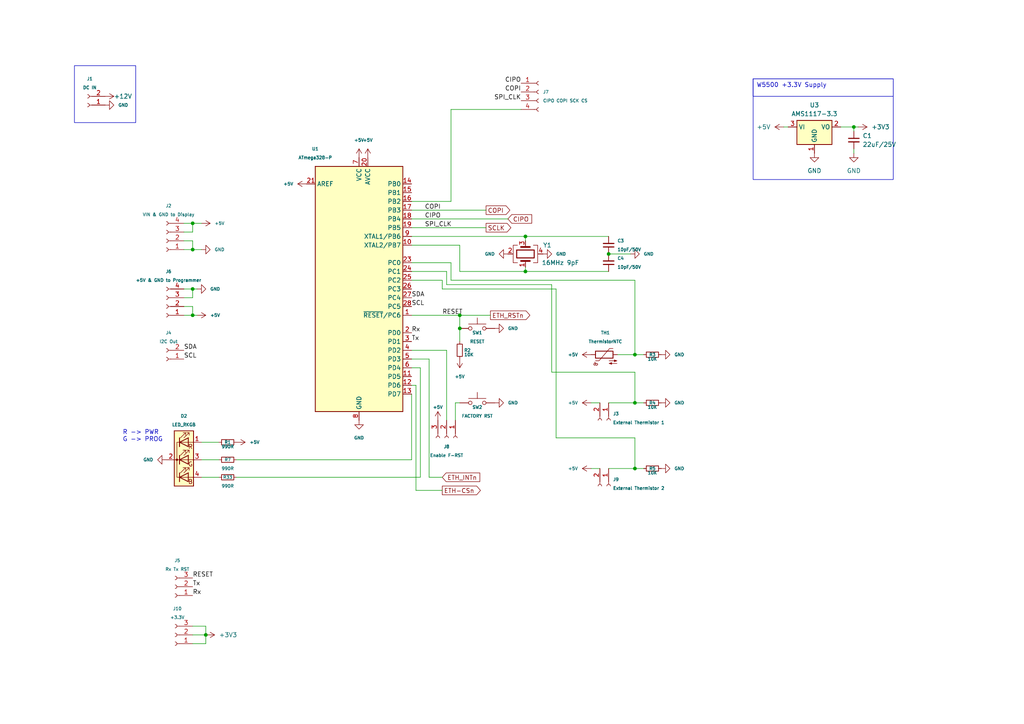
<source format=kicad_sch>
(kicad_sch (version 20230121) (generator eeschema)
  (paper "A4")
  (lib_symbols
    (symbol "Connector:Conn_01x02_Socket" (pin_names (offset 1.016) hide)
      (property "Reference" "J" (at 0 2.54 0))
      (property "Value" "Conn_01x02_Socket" (at 0 -5.08 0))
      (symbol "Conn_01x02_Socket_1_1"
        (arc (start 0 -2.032) (mid -0.5058 -2.54) (end 0 -3.048) (stroke (width 0.1524)))
        (polyline (pts (xy -1.27 -2.54) (xy -0.508 -2.54)) (stroke (width 0.1524)))
        (polyline (pts (xy -1.27 0) (xy -0.508 0)) (stroke (width 0.1524)))
        (arc (start 0 0.508) (mid -0.5058 0) (end 0 -0.508) (stroke (width 0.1524)))
        (pin passive line (at -5.08 0 0) (length 3.81) (name "Pin_1") (number "1"))
        (pin passive line (at -5.08 -2.54 0) (length 3.81) (name "Pin_2") (number "2"))
      )
    )
    (symbol "Connector:Conn_01x03_Socket" (pin_names (offset 1.016) hide)
      (property "Reference" "J" (at 0 5.08 0))
      (property "Value" "Conn_01x03_Socket" (at 0 -5.08 0))
      (symbol "Conn_01x03_Socket_1_1"
        (arc (start 0 -2.032) (mid -0.5058 -2.54) (end 0 -3.048) (stroke (width 0.1524)))
        (polyline (pts (xy -1.27 -2.54) (xy -0.508 -2.54)) (stroke (width 0.1524)))
        (polyline (pts (xy -1.27 0) (xy -0.508 0)) (stroke (width 0.1524)))
        (polyline (pts (xy -1.27 2.54) (xy -0.508 2.54)) (stroke (width 0.1524)))
        (arc (start 0 0.508) (mid -0.5058 0) (end 0 -0.508) (stroke (width 0.1524)))
        (arc (start 0 3.048) (mid -0.5058 2.54) (end 0 2.032) (stroke (width 0.1524)))
        (pin passive line (at -5.08 2.54 0) (length 3.81) (name "Pin_1") (number "1"))
        (pin passive line (at -5.08 0 0) (length 3.81) (name "Pin_2") (number "2"))
        (pin passive line (at -5.08 -2.54 0) (length 3.81) (name "Pin_3") (number "3"))
      )
    )
    (symbol "Connector:Conn_01x04_Socket" (pin_names (offset 1.016) hide)
      (property "Reference" "J" (at 0 5.08 0))
      (property "Value" "Conn_01x04_Socket" (at 0 -7.62 0))
      (symbol "Conn_01x04_Socket_1_1"
        (arc (start 0 -4.572) (mid -0.5058 -5.08) (end 0 -5.588) (stroke (width 0.1524)))
        (arc (start 0 -2.032) (mid -0.5058 -2.54) (end 0 -3.048) (stroke (width 0.1524)))
        (polyline (pts (xy -1.27 -5.08) (xy -0.508 -5.08)) (stroke (width 0.1524)))
        (polyline (pts (xy -1.27 -2.54) (xy -0.508 -2.54)) (stroke (width 0.1524)))
        (polyline (pts (xy -1.27 0) (xy -0.508 0)) (stroke (width 0.1524)))
        (polyline (pts (xy -1.27 2.54) (xy -0.508 2.54)) (stroke (width 0.1524)))
        (arc (start 0 0.508) (mid -0.5058 0) (end 0 -0.508) (stroke (width 0.1524)))
        (arc (start 0 3.048) (mid -0.5058 2.54) (end 0 2.032) (stroke (width 0.1524)))
        (pin passive line (at -5.08 2.54 0) (length 3.81) (name "Pin_1") (number "1"))
        (pin passive line (at -5.08 0 0) (length 3.81) (name "Pin_2") (number "2"))
        (pin passive line (at -5.08 -2.54 0) (length 3.81) (name "Pin_3") (number "3"))
        (pin passive line (at -5.08 -5.08 0) (length 3.81) (name "Pin_4") (number "4"))
      )
    )
    (symbol "Device:C_Small" (pin_numbers hide) (pin_names (offset 0.254) hide)
      (property "Reference" "C" (at 0.254 1.778 0))
      (property "Value" "C_Small" (at 0.254 -2.032 0))
      (symbol "C_Small_0_1"
        (polyline (pts (xy -1.524 -0.508) (xy 1.524 -0.508)) (stroke (width 0.3302)))
        (polyline (pts (xy -1.524 0.508) (xy 1.524 0.508)) (stroke (width 0.3048)))
      )
      (symbol "C_Small_1_1"
        (pin passive line (at 0 2.54 270) (length 2.032) (name "~") (number "1"))
        (pin passive line (at 0 -2.54 90) (length 2.032) (name "~") (number "2"))
      )
    )
    (symbol "Device:Crystal_GND24" (pin_names (offset 1.016) hide)
      (property "Reference" "Y" (at 3.175 5.08 0))
      (property "Value" "Crystal_GND24" (at 3.175 3.175 0))
      (symbol "Crystal_GND24_0_1"
        (rectangle (start -1.143 2.54) (end 1.143 -2.54) (stroke (width 0.3048)))
        (polyline (pts (xy -2.54 0) (xy -2.032 0)))
        (polyline (pts (xy -2.032 -1.27) (xy -2.032 1.27)) (stroke (width 0.508)))
        (polyline (pts (xy 0 -3.81) (xy 0 -3.556)))
        (polyline (pts (xy 0 3.556) (xy 0 3.81)))
        (polyline (pts (xy 2.032 -1.27) (xy 2.032 1.27)) (stroke (width 0.508)))
        (polyline (pts (xy 2.032 0) (xy 2.54 0)))
        (polyline (pts (xy -2.54 -2.286) (xy -2.54 -3.556) (xy 2.54 -3.556) (xy 2.54 -2.286)))
        (polyline (pts (xy -2.54 2.286) (xy -2.54 3.556) (xy 2.54 3.556) (xy 2.54 2.286)))
      )
      (symbol "Crystal_GND24_1_1"
        (pin passive line (at -3.81 0 0) (length 1.27) (name "1") (number "1"))
        (pin passive line (at 0 5.08 270) (length 1.27) (name "2") (number "2"))
        (pin passive line (at 3.81 0 180) (length 1.27) (name "3") (number "3"))
        (pin passive line (at 0 -5.08 90) (length 1.27) (name "4") (number "4"))
      )
    )
    (symbol "Device:LED_RKGB" (pin_names (offset 0) hide)
      (property "Reference" "D" (at 0 9.398 0))
      (property "Value" "LED_RKGB" (at 0 -8.89 0))
      (symbol "LED_RKGB_0_0"
        (text "B" (at 1.905 -6.35 0) (effects (font (size 1.27 1.27))))
        (text "G" (at 1.905 -1.27 0) (effects (font (size 1.27 1.27))))
        (text "R" (at 1.905 3.81 0) (effects (font (size 1.27 1.27))))
      )
      (symbol "LED_RKGB_0_1"
        (circle (center -2.032 0) (radius 0.254) (fill (type outline)))
        (polyline (pts (xy -1.27 -5.08) (xy 1.27 -5.08)))
        (polyline (pts (xy -1.27 -3.81) (xy -1.27 -6.35)) (stroke (width 0.254)))
        (polyline (pts (xy -1.27 0) (xy -2.54 0)))
        (polyline (pts (xy -1.27 1.27) (xy -1.27 -1.27)) (stroke (width 0.254)))
        (polyline (pts (xy -1.27 5.08) (xy 1.27 5.08)))
        (polyline (pts (xy -1.27 6.35) (xy -1.27 3.81)) (stroke (width 0.254)))
        (polyline (pts (xy 1.27 -5.08) (xy 2.54 -5.08)))
        (polyline (pts (xy 1.27 0) (xy -1.27 0)))
        (polyline (pts (xy 1.27 0) (xy 2.54 0)))
        (polyline (pts (xy 1.27 5.08) (xy 2.54 5.08)))
        (polyline (pts (xy -1.27 1.27) (xy -1.27 -1.27) (xy -1.27 -1.27)))
        (polyline (pts (xy -1.27 6.35) (xy -1.27 3.81) (xy -1.27 3.81)))
        (polyline (pts (xy -1.27 5.08) (xy -2.032 5.08) (xy -2.032 -5.08) (xy -1.016 -5.08)))
        (polyline (pts (xy 1.27 -3.81) (xy 1.27 -6.35) (xy -1.27 -5.08) (xy 1.27 -3.81)) (stroke (width 0.254)))
        (polyline (pts (xy 1.27 1.27) (xy 1.27 -1.27) (xy -1.27 0) (xy 1.27 1.27)) (stroke (width 0.254)))
        (polyline (pts (xy 1.27 6.35) (xy 1.27 3.81) (xy -1.27 5.08) (xy 1.27 6.35)) (stroke (width 0.254)))
        (polyline (pts (xy -1.016 -3.81) (xy 0.508 -2.286) (xy -0.254 -2.286) (xy 0.508 -2.286) (xy 0.508 -3.048)))
        (polyline (pts (xy -1.016 1.27) (xy 0.508 2.794) (xy -0.254 2.794) (xy 0.508 2.794) (xy 0.508 2.032)))
        (polyline (pts (xy -1.016 6.35) (xy 0.508 7.874) (xy -0.254 7.874) (xy 0.508 7.874) (xy 0.508 7.112)))
        (polyline (pts (xy 0 -3.81) (xy 1.524 -2.286) (xy 0.762 -2.286) (xy 1.524 -2.286) (xy 1.524 -3.048)))
        (polyline (pts (xy 0 1.27) (xy 1.524 2.794) (xy 0.762 2.794) (xy 1.524 2.794) (xy 1.524 2.032)))
        (polyline (pts (xy 0 6.35) (xy 1.524 7.874) (xy 0.762 7.874) (xy 1.524 7.874) (xy 1.524 7.112)))
        (rectangle (start 1.27 -1.27) (end 1.27 1.27))
        (rectangle (start 1.27 1.27) (end 1.27 1.27))
        (rectangle (start 1.27 3.81) (end 1.27 6.35))
        (rectangle (start 1.27 6.35) (end 1.27 6.35))
        (rectangle (start 2.794 8.382) (end -2.794 -7.62) (stroke (width 0.254)) (fill (type background)))
      )
      (symbol "LED_RKGB_1_1"
        (pin passive line (at 5.08 5.08 180) (length 2.54) (name "RA") (number "1"))
        (pin passive line (at -5.08 0 0) (length 2.54) (name "K") (number "2"))
        (pin passive line (at 5.08 0 180) (length 2.54) (name "GA") (number "3"))
        (pin passive line (at 5.08 -5.08 180) (length 2.54) (name "BA") (number "4"))
      )
    )
    (symbol "Device:R_Small" (pin_numbers hide) (pin_names (offset 0.254) hide)
      (property "Reference" "R" (at 0.762 0.508 0))
      (property "Value" "R_Small" (at 0.762 -1.016 0))
      (symbol "R_Small_0_1"
        (rectangle (start -0.762 1.778) (end 0.762 -1.778) (stroke (width 0.2032)))
      )
      (symbol "R_Small_1_1"
        (pin passive line (at 0 2.54 270) (length 0.762) (name "~") (number "1"))
        (pin passive line (at 0 -2.54 90) (length 0.762) (name "~") (number "2"))
      )
    )
    (symbol "Device:Thermistor_NTC" (pin_numbers hide) (pin_names (offset 0))
      (property "Reference" "TH" (at -4.445 0 90))
      (property "Value" "Thermistor_NTC" (at 3.175 0 90))
      (symbol "Thermistor_NTC_0_1"
        (arc (start -3.048 2.159) (mid -3.0495 2.3143) (end -3.175 2.413))
        (arc (start -3.048 2.159) (mid -2.9736 1.9794) (end -2.794 1.905))
        (arc (start -3.048 2.794) (mid -2.9736 2.6144) (end -2.794 2.54))
        (arc (start -2.794 1.905) (mid -2.6144 1.9794) (end -2.54 2.159))
        (arc (start -2.794 2.54) (mid -2.4393 2.5587) (end -2.159 2.794))
        (arc (start -2.794 3.048) (mid -2.9736 2.9736) (end -3.048 2.794))
        (arc (start -2.54 2.794) (mid -2.6144 2.9736) (end -2.794 3.048))
        (rectangle (start -1.016 2.54) (end 1.016 -2.54) (stroke (width 0.254)))
        (polyline (pts (xy -2.54 2.159) (xy -2.54 2.794)))
        (polyline (pts (xy -1.778 2.54) (xy -1.778 1.524) (xy 1.778 -1.524) (xy 1.778 -2.54)))
        (polyline (pts (xy -2.54 -3.683) (xy -2.54 -1.397) (xy -2.794 -2.159) (xy -2.286 -2.159) (xy -2.54 -1.397) (xy -2.54 -1.651)) (fill (type outline)))
        (polyline (pts (xy -1.778 -1.397) (xy -1.778 -3.683) (xy -2.032 -2.921) (xy -1.524 -2.921) (xy -1.778 -3.683) (xy -1.778 -3.429)) (fill (type outline)))
      )
      (symbol "Thermistor_NTC_1_1"
        (pin passive line (at 0 3.81 270) (length 1.27) (name "~") (number "1"))
        (pin passive line (at 0 -3.81 90) (length 1.27) (name "~") (number "2"))
      )
    )
    (symbol "MCU_Microchip_ATmega:ATmega328-P"
      (property "Reference" "U" (at -12.7 36.83 0))
      (property "Value" "ATmega328-P" (at 2.54 -36.83 0))
      (symbol "ATmega328-P_0_1"
        (rectangle (start -12.7 -35.56) (end 12.7 35.56) (stroke (width 0.254)) (fill (type background)))
      )
      (symbol "ATmega328-P_1_1"
        (pin bidirectional line (at 15.24 -7.62 180) (length 2.54) (name "~{RESET}/PC6") (number "1"))
        (pin bidirectional line (at 15.24 12.7 180) (length 2.54) (name "XTAL2/PB7") (number "10"))
        (pin bidirectional line (at 15.24 -25.4 180) (length 2.54) (name "PD5") (number "11"))
        (pin bidirectional line (at 15.24 -27.94 180) (length 2.54) (name "PD6") (number "12"))
        (pin bidirectional line (at 15.24 -30.48 180) (length 2.54) (name "PD7") (number "13"))
        (pin bidirectional line (at 15.24 30.48 180) (length 2.54) (name "PB0") (number "14"))
        (pin bidirectional line (at 15.24 27.94 180) (length 2.54) (name "PB1") (number "15"))
        (pin bidirectional line (at 15.24 25.4 180) (length 2.54) (name "PB2") (number "16"))
        (pin bidirectional line (at 15.24 22.86 180) (length 2.54) (name "PB3") (number "17"))
        (pin bidirectional line (at 15.24 20.32 180) (length 2.54) (name "PB4") (number "18"))
        (pin bidirectional line (at 15.24 17.78 180) (length 2.54) (name "PB5") (number "19"))
        (pin bidirectional line (at 15.24 -12.7 180) (length 2.54) (name "PD0") (number "2"))
        (pin power_in line (at 2.54 38.1 270) (length 2.54) (name "AVCC") (number "20"))
        (pin passive line (at -15.24 30.48 0) (length 2.54) (name "AREF") (number "21"))
        (pin passive line (at 0 -38.1 90) (length 2.54) hide (name "GND") (number "22"))
        (pin bidirectional line (at 15.24 7.62 180) (length 2.54) (name "PC0") (number "23"))
        (pin bidirectional line (at 15.24 5.08 180) (length 2.54) (name "PC1") (number "24"))
        (pin bidirectional line (at 15.24 2.54 180) (length 2.54) (name "PC2") (number "25"))
        (pin bidirectional line (at 15.24 0 180) (length 2.54) (name "PC3") (number "26"))
        (pin bidirectional line (at 15.24 -2.54 180) (length 2.54) (name "PC4") (number "27"))
        (pin bidirectional line (at 15.24 -5.08 180) (length 2.54) (name "PC5") (number "28"))
        (pin bidirectional line (at 15.24 -15.24 180) (length 2.54) (name "PD1") (number "3"))
        (pin bidirectional line (at 15.24 -17.78 180) (length 2.54) (name "PD2") (number "4"))
        (pin bidirectional line (at 15.24 -20.32 180) (length 2.54) (name "PD3") (number "5"))
        (pin bidirectional line (at 15.24 -22.86 180) (length 2.54) (name "PD4") (number "6"))
        (pin power_in line (at 0 38.1 270) (length 2.54) (name "VCC") (number "7"))
        (pin power_in line (at 0 -38.1 90) (length 2.54) (name "GND") (number "8"))
        (pin bidirectional line (at 15.24 15.24 180) (length 2.54) (name "XTAL1/PB6") (number "9"))
      )
    )
    (symbol "Regulator_Linear:AMS1117-3.3"
      (property "Reference" "U" (at -3.81 3.175 0))
      (property "Value" "AMS1117-3.3" (at 0 3.175 0))
      (symbol "AMS1117-3.3_0_1"
        (rectangle (start -5.08 -5.08) (end 5.08 1.905) (stroke (width 0.254)) (fill (type background)))
      )
      (symbol "AMS1117-3.3_1_1"
        (pin power_in line (at 0 -7.62 90) (length 2.54) (name "GND") (number "1"))
        (pin power_out line (at 7.62 0 180) (length 2.54) (name "VO") (number "2"))
        (pin power_in line (at -7.62 0 0) (length 2.54) (name "VI") (number "3"))
      )
    )
    (symbol "Switch:SW_Push" (pin_numbers hide) (pin_names (offset 1.016) hide)
      (property "Reference" "SW" (at 1.27 2.54 0))
      (property "Value" "SW_Push" (at 0 -1.524 0))
      (symbol "SW_Push_0_1"
        (circle (center -2.032 0) (radius 0.508))
        (polyline (pts (xy 0 1.27) (xy 0 3.048)))
        (polyline (pts (xy 2.54 1.27) (xy -2.54 1.27)))
        (circle (center 2.032 0) (radius 0.508))
        (pin passive line (at -5.08 0 0) (length 2.54) (name "1") (number "1"))
        (pin passive line (at 5.08 0 180) (length 2.54) (name "2") (number "2"))
      )
    )
    (symbol "power:+12V" (power) (pin_names (offset 0))
      (property "Value" "+12V" (at 0 3.556 0))
      (symbol "+12V_0_1"
        (polyline (pts (xy -0.762 1.27) (xy 0 2.54)))
        (polyline (pts (xy 0 0) (xy 0 2.54)))
        (polyline (pts (xy 0 2.54) (xy 0.762 1.27)))
      )
      (symbol "+12V_1_1"
        (pin power_in line (at 0 0 90) (length 0) hide (name "+12V") (number "1"))
      )
    )
    (symbol "power:+3V3" (power) (pin_names (offset 0))
      (property "Value" "+3V3" (at 0 3.556 0))
      (symbol "+3V3_0_1"
        (polyline (pts (xy -0.762 1.27) (xy 0 2.54)))
        (polyline (pts (xy 0 0) (xy 0 2.54)))
        (polyline (pts (xy 0 2.54) (xy 0.762 1.27)))
      )
      (symbol "+3V3_1_1"
        (pin power_in line (at 0 0 90) (length 0) hide (name "+3V3") (number "1"))
      )
    )
    (symbol "power:+5V" (power) (pin_names (offset 0))
      (property "Value" "+5V" (at 0 3.556 0))
      (symbol "+5V_0_1"
        (polyline (pts (xy -0.762 1.27) (xy 0 2.54)))
        (polyline (pts (xy 0 0) (xy 0 2.54)))
        (polyline (pts (xy 0 2.54) (xy 0.762 1.27)))
      )
      (symbol "+5V_1_1"
        (pin power_in line (at 0 0 90) (length 0) hide (name "+5V") (number "1"))
      )
    )
    (symbol "power:GND" (power) (pin_names (offset 0))
      (property "Value" "GND" (at 0 -3.81 0))
      (symbol "GND_0_1"
        (polyline (pts (xy 0 0) (xy 0 -1.27) (xy 1.27 -1.27) (xy 0 -2.54) (xy -1.27 -1.27) (xy 0 -1.27)))
      )
      (symbol "GND_1_1"
        (pin power_in line (at 0 0 270) (length 0) hide (name "GND") (number "1"))
      )
    )
  )
  (junction (at 152.4 78.74))
  (junction (at 184.15 135.89))
  (junction (at 176.53 73.66))
  (junction (at 152.4 68.58))
  (junction (at 59.69 184.15))
  (junction (at 133.35 95.25))
  (junction (at 247.65 36.83))
  (junction (at 55.88 83.82))
  (junction (at 184.15 116.84))
  (junction (at 184.15 102.87))
  (junction (at 55.88 72.39))
  (junction (at 55.88 91.44))
  (junction (at 55.88 64.77))
  (junction (at 133.35 91.44))
  (wire (pts (xy 119.38 106.68) (xy 121.92 106.68)))
  (wire (pts (xy 59.69 181.61) (xy 59.69 184.15)))
  (wire (pts (xy 59.69 186.69) (xy 59.69 184.15)))
  (wire (pts (xy 53.34 64.77) (xy 55.88 64.77)))
  (wire (pts (xy 130.81 58.42) (xy 130.81 31.75)))
  (wire (pts (xy 119.38 81.28) (xy 128.27 81.28)))
  (wire (pts (xy 58.42 133.35) (xy 63.5 133.35)))
  (wire (pts (xy 120.65 142.24) (xy 128.27 142.24)))
  (wire (pts (xy 247.65 36.83) (xy 247.65 38.1)))
  (wire (pts (xy 132.08 116.84) (xy 133.35 116.84)))
  (wire (pts (xy 55.88 186.69) (xy 59.69 186.69)))
  (wire (pts (xy 119.38 63.5) (xy 147.32 63.5)))
  (wire (pts (xy 58.42 138.43) (xy 63.5 138.43)))
  (wire (pts (xy 68.58 138.43) (xy 121.92 138.43)))
  (wire (pts (xy 184.15 81.28) (xy 184.15 102.87)))
  (wire (pts (xy 53.34 88.9) (xy 55.88 88.9)))
  (wire (pts (xy 119.38 104.14) (xy 124.46 104.14)))
  (wire (pts (xy 171.45 116.84) (xy 173.99 116.84)))
  (wire (pts (xy 184.15 135.89) (xy 184.15 127)))
  (wire (pts (xy 55.88 184.15) (xy 59.69 184.15)))
  (wire (pts (xy 184.15 135.89) (xy 186.69 135.89)))
  (wire (pts (xy 55.88 91.44) (xy 57.15 91.44)))
  (wire (pts (xy 130.81 76.2) (xy 130.81 81.28)))
  (wire (pts (xy 161.29 83.82) (xy 128.27 83.82)))
  (wire (pts (xy 68.58 133.35) (xy 119.38 133.35)))
  (wire (pts (xy 176.53 116.84) (xy 184.15 116.84)))
  (wire (pts (xy 121.92 106.68) (xy 121.92 138.43)))
  (wire (pts (xy 184.15 127) (xy 161.29 127)))
  (wire (pts (xy 55.88 86.36) (xy 55.88 83.82)))
  (wire (pts (xy 133.35 91.44) (xy 133.35 95.25)))
  (wire (pts (xy 129.54 82.55) (xy 129.54 78.74)))
  (wire (pts (xy 152.4 68.58) (xy 152.4 69.85)))
  (wire (pts (xy 133.35 71.12) (xy 133.35 78.74)))
  (wire (pts (xy 55.88 72.39) (xy 58.42 72.39)))
  (wire (pts (xy 55.88 67.31) (xy 55.88 64.77)))
  (wire (pts (xy 161.29 83.82) (xy 161.29 127)))
  (wire (pts (xy 119.38 71.12) (xy 133.35 71.12)))
  (wire (pts (xy 160.02 107.95) (xy 160.02 82.55)))
  (wire (pts (xy 130.81 81.28) (xy 184.15 81.28)))
  (wire (pts (xy 120.65 111.76) (xy 120.65 142.24)))
  (wire (pts (xy 55.88 64.77) (xy 58.42 64.77)))
  (wire (pts (xy 119.38 101.6) (xy 129.54 101.6)))
  (wire (pts (xy 119.38 111.76) (xy 120.65 111.76)))
  (wire (pts (xy 152.4 78.74) (xy 176.53 78.74)))
  (wire (pts (xy 55.88 88.9) (xy 55.88 91.44)))
  (wire (pts (xy 176.53 135.89) (xy 184.15 135.89)))
  (wire (pts (xy 248.92 36.83) (xy 247.65 36.83)))
  (wire (pts (xy 184.15 107.95) (xy 160.02 107.95)))
  (wire (pts (xy 152.4 77.47) (xy 152.4 78.74)))
  (wire (pts (xy 184.15 102.87) (xy 186.69 102.87)))
  (wire (pts (xy 55.88 69.85) (xy 55.88 72.39)))
  (wire (pts (xy 55.88 181.61) (xy 59.69 181.61)))
  (wire (pts (xy 247.65 43.18) (xy 247.65 44.45)))
  (wire (pts (xy 132.08 116.84) (xy 132.08 121.92)))
  (wire (pts (xy 119.38 91.44) (xy 133.35 91.44)))
  (wire (pts (xy 53.34 86.36) (xy 55.88 86.36)))
  (wire (pts (xy 179.07 102.87) (xy 184.15 102.87)))
  (wire (pts (xy 133.35 95.25) (xy 133.35 99.06)))
  (wire (pts (xy 53.34 91.44) (xy 55.88 91.44)))
  (wire (pts (xy 176.53 73.66) (xy 182.88 73.66)))
  (wire (pts (xy 129.54 78.74) (xy 119.38 78.74)))
  (wire (pts (xy 119.38 76.2) (xy 130.81 76.2)))
  (wire (pts (xy 53.34 67.31) (xy 55.88 67.31)))
  (wire (pts (xy 128.27 83.82) (xy 128.27 81.28)))
  (wire (pts (xy 133.35 91.44) (xy 142.24 91.44)))
  (wire (pts (xy 63.5 128.27) (xy 58.42 128.27)))
  (wire (pts (xy 55.88 83.82) (xy 57.15 83.82)))
  (wire (pts (xy 171.45 135.89) (xy 173.99 135.89)))
  (wire (pts (xy 119.38 58.42) (xy 130.81 58.42)))
  (wire (pts (xy 53.34 72.39) (xy 55.88 72.39)))
  (wire (pts (xy 119.38 66.04) (xy 140.97 66.04)))
  (wire (pts (xy 227.33 36.83) (xy 228.6 36.83)))
  (wire (pts (xy 119.38 133.35) (xy 119.38 114.3)))
  (wire (pts (xy 184.15 116.84) (xy 184.15 107.95)))
  (wire (pts (xy 124.46 104.14) (xy 124.46 138.43)))
  (wire (pts (xy 119.38 60.96) (xy 140.97 60.96)))
  (wire (pts (xy 160.02 82.55) (xy 129.54 82.55)))
  (wire (pts (xy 53.34 83.82) (xy 55.88 83.82)))
  (wire (pts (xy 247.65 36.83) (xy 243.84 36.83)))
  (wire (pts (xy 130.81 31.75) (xy 151.13 31.75)))
  (wire (pts (xy 184.15 116.84) (xy 186.69 116.84)))
  (wire (pts (xy 124.46 138.43) (xy 128.27 138.43)))
  (wire (pts (xy 53.34 69.85) (xy 55.88 69.85)))
  (wire (pts (xy 129.54 121.92) (xy 129.54 101.6)))
  (wire (pts (xy 152.4 68.58) (xy 176.53 68.58)))
  (wire (pts (xy 119.38 68.58) (xy 152.4 68.58)))
  (wire (pts (xy 133.35 78.74) (xy 152.4 78.74)))
  (rectangle (start 218.44 22.86) (end 259.08 52.07))
  (rectangle (start 21.59 19.05) (end 39.37 35.56))
  (text_box "W5500 +3.3V Supply" (at 218.44 22.86 0) (size 40.64 5.08) (effects (font (size 1.27 1.27)) (justify left top)))
  (text "R -> PWR\nG -> PROG" (at 35.56 128.27 0) (effects (font (size 1.27 1.27)) (justify left bottom)))
  (label "CIPO" (at 123.19 63.5 0))
  (label "SPI_CLK" (at 123.19 66.04 0))
  (label "RESET" (at 55.88 167.64 0))
  (label "COPI" (at 151.13 26.67 180))
  (label "COPI" (at 123.19 60.96 0))
  (label "SCL" (at 119.38 88.9 0))
  (label "Tx" (at 55.88 170.18 0))
  (label "SCL" (at 53.34 104.14 0))
  (label "SDA" (at 53.34 101.6 0))
  (label "CIPO" (at 151.13 24.13 180))
  (label "SDA" (at 119.38 86.36 0))
  (label "Tx" (at 119.38 99.06 0))
  (label "Rx" (at 55.88 172.72 0))
  (label "SPI_CLK" (at 151.13 29.21 180))
  (label "RESET" (at 128.27 91.44 0))
  (label "Rx" (at 119.38 96.52 0))
  (global_label "ETH_RSTn" (shape output) (at 142.24 91.44 0) (property "Intersheetrefs" "${INTERSHEET_REFS}" (effects hide)))
  (global_label "ETH_INTn" (shape input) (at 128.27 138.43 0) (property "Intersheetrefs" "${INTERSHEET_REFS}" (effects hide)))
  (global_label "ETH-CSn" (shape output) (at 128.27 142.24 0) (property "Intersheetrefs" "${INTERSHEET_REFS}" (effects hide)))
  (global_label "SCLK" (shape output) (at 140.97 66.04 0) (property "Intersheetrefs" "${INTERSHEET_REFS}" (effects hide)))
  (global_label "CIPO" (shape input) (at 147.32 63.5 0) (property "Intersheetrefs" "${INTERSHEET_REFS}" (effects hide)))
  (global_label "COPI" (shape output) (at 140.97 60.96 0) (property "Intersheetrefs" "${INTERSHEET_REFS}" (effects hide)))
  (symbol (lib_id "power:+5V") (at 57.15 91.44 270) (unit 1)
    (property "Reference" "#PWR029" (effects hide))
    (property "Value" "+5V" (at 60.96 91.44 90) (effects (font (size 0.9 0.9)) (justify left)))
  )
  (symbol (lib_id "power:GND") (at 30.48 30.48 90) (unit 1)
    (property "Reference" "#PWR02" (effects hide))
    (property "Value" "GND" (at 34.29 30.48 90) (effects (font (size 0.9 0.9)) (justify right)))
  )
  (symbol (lib_id "power:GND") (at 57.15 83.82 90) (unit 1)
    (property "Reference" "#PWR030" (effects hide))
    (property "Value" "GND" (at 60.96 83.82 90) (effects (font (size 0.9 0.9)) (justify right)))
  )
  (symbol (lib_id "power:GND") (at 191.77 135.89 90) (unit 1)
    (property "Reference" "#PWR026" (effects hide))
    (property "Value" "GND" (at 195.58 135.89 90) (effects (font (size 0.9 0.9)) (justify right)))
  )
  (symbol (lib_id "Connector:Conn_01x04_Socket") (at 156.21 26.67 0) (unit 1)
    (property "Reference" "J7" (at 157.48 26.67 0) (effects (font (size 0.9 0.9)) (justify left)))
    (property "Value" "CIPO COPI SCK CS" (at 157.48 29.21 0) (effects (font (size 0.9 0.9)) (justify left)))
    (property "Footprint" "Connector_PinHeader_2.54mm:PinHeader_1x04_P2.54mm_Vertical" (effects hide))
  )
  (symbol (lib_id "Device:R_Small") (at 133.35 101.6 0) (mirror y) (unit 1)
    (property "Reference" "R2" (at 134.62 101.6 0) (effects (font (size 0.9 0.9)) (justify right)))
    (property "Value" "10K" (at 134.62 102.87 0) (effects (font (size 0.9 0.9)) (justify right)))
    (property "Footprint" "Resistor_SMD:R_1206_3216Metric" (effects hide))
    (property "LCSC" "C17902" (effects hide))
  )
  (symbol (lib_id "Device:R_Small") (at 66.04 133.35 90) (unit 1)
    (property "Reference" "R7" (at 66.04 133.35 90) (effects (font (size 0.9 0.9))))
    (property "Value" "990R" (at 66.04 135.89 90) (effects (font (size 0.9 0.9))))
    (property "Footprint" "Resistor_THT:R_Axial_DIN0207_L6.3mm_D2.5mm_P10.16mm_Horizontal" (effects hide))
  )
  (symbol (lib_id "power:+5V") (at 133.35 104.14 180) (unit 1)
    (property "Reference" "#PWR015" (effects hide))
    (property "Value" "+5V" (at 133.35 109.22 0) (effects (font (size 0.9 0.9))))
  )
  (symbol (lib_id "power:GND") (at 157.48 73.66 90) (unit 1)
    (property "Reference" "#PWR04" (effects hide))
    (property "Value" "GND" (at 161.29 73.66 90) (effects (font (size 0.9 0.9)) (justify right)))
  )
  (symbol (lib_id "Switch:SW_Push") (at 138.43 116.84 0) (unit 1)
    (property "Reference" "SW2" (at 138.43 118.11 0) (effects (font (size 0.9 0.9))))
    (property "Value" "FACTORY RST" (at 138.43 120.65 0) (effects (font (size 0.9 0.9))))
    (property "Footprint" "Button_Switch_THT:SW_PUSH_6mm_H5mm" (effects hide))
  )
  (symbol (lib_id "power:+5V") (at 171.45 135.89 90) (unit 1)
    (property "Reference" "#PWR025" (effects hide))
    (property "Value" "+5V" (at 167.64 135.89 90) (effects (font (size 0.9 0.9)) (justify left)))
  )
  (symbol (lib_id "power:GND") (at 191.77 102.87 90) (unit 1)
    (property "Reference" "#PWR019" (effects hide))
    (property "Value" "GND" (at 195.58 102.87 90) (effects (font (size 0.9 0.9)) (justify right)))
  )
  (symbol (lib_id "power:+5V") (at 58.42 64.77 270) (unit 1)
    (property "Reference" "#PWR020" (effects hide))
    (property "Value" "+5V" (at 62.23 64.77 90) (effects (font (size 0.9 0.9)) (justify left)))
  )
  (symbol (lib_id "Device:C_Small") (at 176.53 71.12 180) (unit 1)
    (property "Reference" "C3" (at 179.07 69.8436 0) (effects (font (size 0.9 0.9)) (justify right)))
    (property "Value" "10pF/50V" (at 179.07 72.3836 0) (effects (font (size 0.9 0.9)) (justify right)))
    (property "Footprint" "Capacitor_SMD:C_0603_1608Metric" (effects hide))
    (property "LCSC" "C1634" (effects hide))
  )
  (symbol (lib_id "Connector:Conn_01x02_Socket") (at 176.53 121.92 270) (unit 1)
    (property "Reference" "J3" (at 177.8 120.015 90) (effects (font (size 0.9 0.9)) (justify left)))
    (property "Value" "External Thermistor 1" (at 177.8 122.555 90) (effects (font (size 0.9 0.9)) (justify left)))
    (property "Footprint" "Connector_Phoenix_MC_HighVoltage:PhoenixContact_MCV_1,5_2-G-5.08_1x02_P5.08mm_Vertical" (effects hide))
  )
  (symbol (lib_id "power:GND") (at 191.77 116.84 90) (unit 1)
    (property "Reference" "#PWR022" (effects hide))
    (property "Value" "GND" (at 195.58 116.84 90) (effects (font (size 0.9 0.9)) (justify right)))
  )
  (symbol (lib_id "power:+5V") (at 104.14 45.72 0) (unit 1)
    (property "Reference" "#PWR08" (effects hide))
    (property "Value" "+5V" (at 104.14 40.64 0) (effects (font (size 0.9 0.9))))
  )
  (symbol (lib_id "Device:LED_RKGB") (at 53.34 133.35 0) (unit 1)
    (property "Reference" "D2" (at 53.34 120.65 0) (effects (font (size 0.9 0.9))))
    (property "Value" "LED_RKGB" (at 53.34 123.19 0) (effects (font (size 0.9 0.9))))
    (property "Footprint" "LED_THT:LED_D5.0mm-4_RGB" (effects hide))
  )
  (symbol (lib_id "power:+5V") (at 68.58 128.27 270) (unit 1)
    (property "Reference" "#PWR031" (effects hide))
    (property "Value" "+5V" (at 72.39 128.27 90) (effects (font (size 0.9 0.9)) (justify left)))
  )
  (symbol (lib_id "Device:R_Small") (at 189.23 135.89 90) (mirror x) (unit 1)
    (property "Reference" "R5" (at 189.23 135.89 90) (effects (font (size 0.9 0.9))))
    (property "Value" "10K" (at 189.23 137.16 90) (effects (font (size 0.9 0.9))))
    (property "Footprint" "Resistor_SMD:R_1206_3216Metric" (effects hide))
    (property "LCSC" "C17902" (effects hide))
  )
  (symbol (lib_id "power:+3V3") (at 59.69 184.15 270) (unit 1)
    (property "Reference" "#PWR065" (effects hide))
    (property "Value" "+3V3" (at 63.5 184.15 90) (effects (justify left)))
  )
  (symbol (lib_id "MCU_Microchip_ATmega:ATmega328-P") (at 104.14 83.82 0) (unit 1)
    (property "Reference" "U1" (at 91.44 43.18 0) (effects (font (size 0.9 0.9))))
    (property "Value" "ATmega328-P" (at 91.44 45.72 0) (effects (font (size 0.9 0.9))))
    (property "Footprint" "Package_DIP:DIP-28_W7.62mm" (effects hide))
    (property "Datasheet" "http://ww1.microchip.com/downloads/en/DeviceDoc/ATmega328_P%20AVR%20MCU%20with%20picoPower%20Technology%20Data%20Sheet%2040001984A.pdf" (effects hide))
  )
  (symbol (lib_id "power:+12V") (at 30.48 27.94 270) (unit 1)
    (property "Reference" "#PWR01" (effects hide))
    (property "Value" "+12V" (at 33.02 27.94 90) (effects (justify left)))
  )
  (symbol (lib_id "Connector:Conn_01x03_Socket") (at 129.54 127 270) (unit 1)
    (property "Reference" "J8" (at 129.54 129.54 90) (effects (font (size 0.9 0.9))))
    (property "Value" "Enable F-RST" (at 129.54 132.08 90) (effects (font (size 0.9 0.9))))
    (property "Footprint" "Connector_PinHeader_2.54mm:PinHeader_1x03_P2.54mm_Vertical" (effects hide))
  )
  (symbol (lib_id "power:GND") (at 58.42 72.39 90) (unit 1)
    (property "Reference" "#PWR021" (effects hide))
    (property "Value" "GND" (at 62.23 72.39 90) (effects (font (size 0.9 0.9)) (justify right)))
  )
  (symbol (lib_id "Device:C_Small") (at 247.65 40.64 0) (unit 1)
    (property "Reference" "C1" (at 250.19 39.3763 0) (effects (justify left)))
    (property "Value" "22uF/25V" (at 250.19 41.9163 0) (effects (justify left)))
    (property "Footprint" "Capacitor_SMD:C_0805_2012Metric" (effects hide))
    (property "LCSC" "C45783" (effects hide))
  )
  (symbol (lib_id "power:+5V") (at 171.45 116.84 90) (unit 1)
    (property "Reference" "#PWR023" (effects hide))
    (property "Value" "+5V" (at 167.64 116.84 90) (effects (font (size 0.9 0.9)) (justify left)))
  )
  (symbol (lib_id "Connector:Conn_01x03_Socket") (at 50.8 170.18 180) (unit 1)
    (property "Reference" "J5" (at 51.435 162.56 0) (effects (font (size 0.9 0.9))))
    (property "Value" "Rx Tx RST" (at 51.435 165.1 0) (effects (font (size 0.9 0.9))))
    (property "Footprint" "Connector_PinHeader_2.54mm:PinHeader_1x03_P2.54mm_Vertical" (effects hide))
  )
  (symbol (lib_id "power:GND") (at 143.51 95.25 90) (unit 1)
    (property "Reference" "#PWR014" (effects hide))
    (property "Value" "GND" (at 147.32 95.25 90) (effects (font (size 0.9 0.9)) (justify right)))
  )
  (symbol (lib_id "Switch:SW_Push") (at 138.43 95.25 0) (unit 1)
    (property "Reference" "SW1" (at 138.43 96.52 0) (effects (font (size 0.9 0.9))))
    (property "Value" "RESET" (at 138.43 99.06 0) (effects (font (size 0.9 0.9))))
    (property "Footprint" "Button_Switch_THT:SW_PUSH_6mm_H5mm" (effects hide))
  )
  (symbol (lib_id "power:GND") (at 104.14 121.92 0) (unit 1)
    (property "Reference" "#PWR03" (effects hide))
    (property "Value" "GND" (at 104.14 127 0) (effects (font (size 0.9 0.9))))
  )
  (symbol (lib_id "Connector:Conn_01x04_Socket") (at 48.26 88.9 180) (unit 1)
    (property "Reference" "J6" (at 48.895 78.74 0) (effects (font (size 0.9 0.9))))
    (property "Value" "+5V & GND to Programmer" (at 48.895 81.28 0) (effects (font (size 0.9 0.9))))
    (property "Footprint" "Connector_PinHeader_2.54mm:PinHeader_1x04_P2.54mm_Vertical" (effects hide))
  )
  (symbol (lib_id "Connector:Conn_01x03_Socket") (at 50.8 184.15 180) (unit 1)
    (property "Reference" "J10" (at 51.435 176.53 0) (effects (font (size 0.9 0.9))))
    (property "Value" "+3.3V" (at 51.435 179.07 0) (effects (font (size 0.9 0.9))))
    (property "Footprint" "Connector_PinHeader_2.54mm:PinHeader_1x03_P2.54mm_Vertical" (effects hide))
  )
  (symbol (lib_id "Device:C_Small") (at 176.53 76.2 180) (unit 1)
    (property "Reference" "C4" (at 179.07 74.9236 0) (effects (font (size 0.9 0.9)) (justify right)))
    (property "Value" "10pF/50V" (at 179.07 77.4636 0) (effects (font (size 0.9 0.9)) (justify right)))
    (property "Footprint" "Capacitor_SMD:C_0603_1608Metric" (effects hide))
    (property "LCSC" "C1634" (effects hide))
  )
  (symbol (lib_id "Connector:Conn_01x02_Socket") (at 25.4 30.48 180) (unit 1)
    (property "Reference" "J1" (at 26.035 22.86 0) (effects (font (size 0.9 0.9))))
    (property "Value" "DC IN" (at 26.035 25.4 0) (effects (font (size 0.9 0.9))))
    (property "Footprint" "Connector_Phoenix_MC_HighVoltage:PhoenixContact_MCV_1,5_2-G-5.08_1x02_P5.08mm_Vertical" (effects hide))
  )
  (symbol (lib_id "power:+5V") (at 171.45 102.87 90) (unit 1)
    (property "Reference" "#PWR018" (effects hide))
    (property "Value" "+5V" (at 167.64 102.87 90) (effects (font (size 0.9 0.9)) (justify left)))
  )
  (symbol (lib_id "power:GND") (at 147.32 73.66 270) (unit 1)
    (property "Reference" "#PWR05" (effects hide))
    (property "Value" "GND" (at 143.51 73.6599 90) (effects (font (size 0.9 0.9)) (justify right)))
  )
  (symbol (lib_id "power:+5V") (at 88.9 53.34 90) (unit 1)
    (property "Reference" "#PWR016" (effects hide))
    (property "Value" "+5V" (at 85.09 53.34 90) (effects (font (size 0.9 0.9)) (justify left)))
  )
  (symbol (lib_id "power:GND") (at 236.22 44.45 0) (unit 1)
    (property "Reference" "#PWR06" (effects hide))
    (property "Value" "GND" (at 236.22 49.53 0))
  )
  (symbol (lib_id "Regulator_Linear:AMS1117-3.3") (at 236.22 36.83 0) (unit 1)
    (property "Reference" "U3" (at 236.22 30.48 0))
    (property "Value" "AMS1117-3.3" (at 236.22 33.02 0))
    (property "Footprint" "Package_TO_SOT_SMD:SOT-223-3_TabPin2" (effects hide))
    (property "Datasheet" "http://www.advanced-monolithic.com/pdf/ds1117.pdf" (effects hide))
    (property "LCSC" "C6186" (effects hide))
  )
  (symbol (lib_id "power:GND") (at 48.26 133.35 270) (unit 1)
    (property "Reference" "#PWR011" (effects hide))
    (property "Value" "GND" (at 44.45 133.35 90) (effects (font (size 0.9 0.9)) (justify right)))
  )
  (symbol (lib_id "Connector:Conn_01x02_Socket") (at 48.26 104.14 180) (unit 1)
    (property "Reference" "J4" (at 48.895 96.52 0) (effects (font (size 0.9 0.9))))
    (property "Value" "I2C Out" (at 48.895 99.06 0) (effects (font (size 0.9 0.9))))
    (property "Footprint" "Connector_PinHeader_2.54mm:PinHeader_1x02_P2.54mm_Vertical" (effects hide))
  )
  (symbol (lib_id "Connector:Conn_01x02_Socket") (at 176.53 140.97 270) (unit 1)
    (property "Reference" "J9" (at 177.8 139.065 90) (effects (font (size 0.9 0.9)) (justify left)))
    (property "Value" "External Thermistor 2" (at 177.8 141.605 90) (effects (font (size 0.9 0.9)) (justify left)))
    (property "Footprint" "Connector_Phoenix_MC_HighVoltage:PhoenixContact_MCV_1,5_2-G-5.08_1x02_P5.08mm_Vertical" (effects hide))
  )
  (symbol (lib_id "Device:R_Small") (at 66.04 138.43 90) (unit 1)
    (property "Reference" "R33" (at 66.04 138.43 90) (effects (font (size 0.9 0.9))))
    (property "Value" "990R" (at 66.04 140.97 90) (effects (font (size 0.9 0.9))))
    (property "Footprint" "Resistor_THT:R_Axial_DIN0207_L6.3mm_D2.5mm_P10.16mm_Horizontal" (effects hide))
  )
  (symbol (lib_id "power:+3V3") (at 248.92 36.83 270) (unit 1)
    (property "Reference" "#PWR07" (effects hide))
    (property "Value" "+3V3" (at 252.73 36.83 90) (effects (justify left)))
  )
  (symbol (lib_id "power:GND") (at 143.51 116.84 90) (unit 1)
    (property "Reference" "#PWR024" (effects hide))
    (property "Value" "GND" (at 147.32 116.84 90) (effects (font (size 0.9 0.9)) (justify right)))
  )
  (symbol (lib_id "Device:Thermistor_NTC") (at 175.26 102.87 90) (unit 1)
    (property "Reference" "TH1" (at 175.5775 96.52 90) (effects (font (size 0.9 0.9))))
    (property "Value" "ThermistorNTC" (at 175.5775 99.06 90) (effects (font (size 0.9 0.9))))
    (property "Footprint" "Resistor_THT:R_Axial_DIN0204_L3.6mm_D1.6mm_P1.90mm_Vertical" (effects hide))
  )
  (symbol (lib_id "power:+5V") (at 227.33 36.83 90) (unit 1)
    (property "Reference" "#PWR09" (effects hide))
    (property "Value" "+5V" (at 223.52 36.83 90) (effects (justify left)))
  )
  (symbol (lib_id "power:+5V") (at 106.68 45.72 0) (unit 1)
    (property "Reference" "#PWR017" (effects hide))
    (property "Value" "+5V" (at 106.68 40.64 0) (effects (font (size 0.9 0.9))))
  )
  (symbol (lib_id "Device:R_Small") (at 189.23 116.84 90) (mirror x) (unit 1)
    (property "Reference" "R4" (at 189.23 116.84 90) (effects (font (size 0.9 0.9))))
    (property "Value" "10K" (at 189.23 118.11 90) (effects (font (size 0.9 0.9))))
    (property "Footprint" "Resistor_SMD:R_1206_3216Metric" (effects hide))
    (property "LCSC" "C17902" (effects hide))
  )
  (symbol (lib_id "Device:R_Small") (at 189.23 102.87 90) (mirror x) (unit 1)
    (property "Reference" "R3" (at 189.23 102.87 90) (effects (font (size 0.9 0.9))))
    (property "Value" "10K" (at 189.23 104.14 90) (effects (font (size 0.9 0.9))))
    (property "Footprint" "Resistor_SMD:R_1206_3216Metric" (effects hide))
    (property "LCSC" "C17902" (effects hide))
  )
  (symbol (lib_id "power:+5V") (at 127 121.92 0) (unit 1)
    (property "Reference" "#PWR064" (effects hide))
    (property "Value" "+5V" (at 127 118.11 0) (effects (font (size 0.9 0.9))))
  )
  (symbol (lib_id "Device:Crystal_GND24") (at 152.4 73.66 90) (unit 1)
    (property "Reference" "Y1" (at 158.75 71.12 90))
    (property "Value" "16MHz 9pF" (at 162.56 76.2 90))
    (property "Footprint" "Crystal:Crystal_SMD_3225-4Pin_3.2x2.5mm" (effects hide))
    (property "LCSC" "C13638" (effects hide))
  )
  (symbol (lib_id "power:GND") (at 247.65 44.45 0) (unit 1)
    (property "Reference" "#PWR010" (effects hide))
    (property "Value" "GND" (at 247.65 49.53 0))
  )
  (symbol (lib_id "Connector:Conn_01x04_Socket") (at 48.26 69.85 180) (unit 1)
    (property "Reference" "J2" (at 48.895 59.69 0) (effects (font (size 0.9 0.9))))
    (property "Value" "VIN & GND to Display" (at 48.895 62.23 0) (effects (font (size 0.9 0.9))))
    (property "Footprint" "Connector_PinHeader_2.54mm:PinHeader_1x04_P2.54mm_Vertical" (effects hide))
  )
  (symbol (lib_id "power:GND") (at 182.88 73.66 90) (unit 1)
    (property "Reference" "#PWR013" (effects hide))
    (property "Value" "GND" (at 186.69 73.66 90) (effects (font (size 0.9 0.9)) (justify right)))
  )
  (symbol (lib_id "Device:R_Small") (at 66.04 128.27 90) (unit 1)
    (property "Reference" "R1" (at 66.04 128.27 90) (effects (font (size 0.9 0.9))))
    (property "Value" "990R" (at 66.04 129.54 90) (effects (font (size 0.9 0.9))))
    (property "Footprint" "Resistor_THT:R_Axial_DIN0207_L6.3mm_D2.5mm_P10.16mm_Horizontal" (effects hide))
  )
  (sheet (at 309.88 90.17) (size 62.23 57.15) (stroke (width 0.1524))
    (property "Sheetname" "Ethernet-W5500" (at 309.88 89.4584 0) (effects (justify left bottom)))
    (property "Sheetfile" "integrated-w5500.kicad_sch" (at 309.88 147.9046 0) (effects (justify left top)))
  )
  (sheet (at 309.88 162.56) (size 62.23 44.45) (stroke (width 0.1524))
    (property "Sheetname" "Switching Voltage Regulator" (at 309.88 161.8484 0) (effects (justify left bottom)))
    (property "Sheetfile" "sw_5v_reg.kicad_sch" (at 309.88 207.5946 0) (effects (justify left top)))
  )
)
</source>
